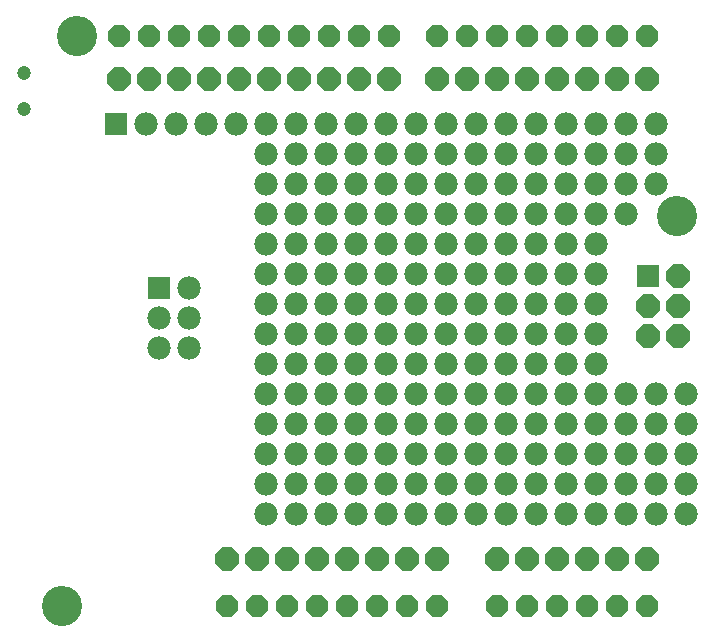
<source format=gbr>
G04 EAGLE Gerber RS-274X export*
G75*
%MOMM*%
%FSLAX34Y34*%
%LPD*%
%INSoldermask Bottom*%
%IPPOS*%
%AMOC8*
5,1,8,0,0,1.08239X$1,22.5*%
G01*
%ADD10C,3.403200*%
%ADD11C,1.981200*%
%ADD12R,1.981200X1.981200*%
%ADD13P,2.034460X8X22.500000*%
%ADD14P,2.144431X8X22.500000*%
%ADD15C,1.203200*%
%ADD16P,2.144431X8X112.500000*%
%ADD17P,2.144431X8X292.500000*%


D10*
X660400Y355600D03*
X152400Y508000D03*
X139700Y25400D03*
D11*
X247650Y294640D03*
X247650Y269240D03*
X247650Y243840D03*
D12*
X222250Y294640D03*
D11*
X222250Y269240D03*
X222250Y243840D03*
D13*
X533400Y508000D03*
X508000Y25400D03*
X558800Y508000D03*
X584200Y508000D03*
X609600Y508000D03*
X635000Y508000D03*
X508000Y508000D03*
X482600Y508000D03*
X457200Y508000D03*
X416560Y508000D03*
X391160Y508000D03*
X365760Y508000D03*
X340360Y508000D03*
X314960Y508000D03*
X289560Y508000D03*
X264160Y508000D03*
X238760Y508000D03*
X533400Y25400D03*
X558800Y25400D03*
X584200Y25400D03*
X609600Y25400D03*
X635000Y25400D03*
X457200Y25400D03*
X431800Y25400D03*
X406400Y25400D03*
X381000Y25400D03*
X355600Y25400D03*
X330200Y25400D03*
X213360Y508000D03*
X187960Y508000D03*
X304800Y25400D03*
X279400Y25400D03*
D14*
X661670Y279400D03*
X636270Y279400D03*
D12*
X636270Y304800D03*
D14*
X661670Y304800D03*
X661670Y254000D03*
X636270Y254000D03*
D15*
X107950Y476010D03*
X107950Y446010D03*
D16*
X457200Y471170D03*
X482600Y471170D03*
X508000Y471170D03*
X533400Y471170D03*
X558800Y471170D03*
X584200Y471170D03*
X609600Y471170D03*
X635000Y471170D03*
D17*
X457200Y64770D03*
X431800Y64770D03*
X406400Y64770D03*
X381000Y64770D03*
X355600Y64770D03*
X330200Y64770D03*
X304800Y64770D03*
X279400Y64770D03*
X635000Y64770D03*
X609600Y64770D03*
X584200Y64770D03*
X558800Y64770D03*
X533400Y64770D03*
X508000Y64770D03*
D16*
X187960Y471170D03*
X213360Y471170D03*
X238760Y471170D03*
X264160Y471170D03*
X289560Y471170D03*
X314960Y471170D03*
X340360Y471170D03*
X365760Y471170D03*
X391160Y471170D03*
X416560Y471170D03*
D12*
X185420Y433070D03*
D11*
X210820Y433070D03*
X236220Y433070D03*
X261620Y433070D03*
X287020Y433070D03*
X591820Y433070D03*
X591820Y407670D03*
X591820Y382270D03*
X591820Y356870D03*
X591820Y331470D03*
X591820Y306070D03*
X591820Y280670D03*
X591820Y255270D03*
X591820Y229870D03*
X591820Y204470D03*
X591820Y153670D03*
X591820Y179070D03*
X591820Y128270D03*
X591820Y102870D03*
X617220Y102870D03*
X642620Y102870D03*
X642620Y128270D03*
X617220Y128270D03*
X617220Y153670D03*
X668020Y153670D03*
X668020Y128270D03*
X668020Y102870D03*
X642620Y153670D03*
X668020Y179070D03*
X642620Y179070D03*
X617220Y179070D03*
X617220Y204470D03*
X642620Y204470D03*
X668020Y204470D03*
X617220Y356870D03*
X617220Y382270D03*
X642620Y382270D03*
X642620Y407670D03*
X617220Y407670D03*
X617220Y433070D03*
X642620Y433070D03*
X566420Y433070D03*
X566420Y407670D03*
X566420Y382270D03*
X566420Y356870D03*
X566420Y306070D03*
X566420Y331470D03*
X566420Y280670D03*
X566420Y255270D03*
X566420Y229870D03*
X566420Y204470D03*
X566420Y179070D03*
X566420Y153670D03*
X566420Y128270D03*
X566420Y102870D03*
X541020Y102870D03*
X515620Y102870D03*
X515620Y128270D03*
X541020Y128270D03*
X541020Y153670D03*
X515620Y153670D03*
X515620Y179070D03*
X541020Y179070D03*
X541020Y204470D03*
X515620Y204470D03*
X515620Y229870D03*
X541020Y229870D03*
X541020Y255270D03*
X515620Y255270D03*
X515620Y280670D03*
X541020Y280670D03*
X541020Y306070D03*
X515620Y306070D03*
X515620Y331470D03*
X541020Y331470D03*
X541020Y356870D03*
X515620Y356870D03*
X515620Y382270D03*
X541020Y382270D03*
X541020Y407670D03*
X515620Y407670D03*
X515620Y433070D03*
X541020Y433070D03*
X490220Y433070D03*
X490220Y407670D03*
X490220Y382270D03*
X490220Y356870D03*
X490220Y331470D03*
X490220Y280670D03*
X490220Y306070D03*
X490220Y255270D03*
X490220Y229870D03*
X490220Y179070D03*
X490220Y153670D03*
X490220Y128270D03*
X490220Y102870D03*
X490220Y204470D03*
X464820Y102870D03*
X464820Y128270D03*
X464820Y153670D03*
X464820Y179070D03*
X464820Y204470D03*
X464820Y229870D03*
X464820Y255270D03*
X464820Y280670D03*
X464820Y306070D03*
X464820Y331470D03*
X464820Y356870D03*
X464820Y382270D03*
X464820Y407670D03*
X464820Y433070D03*
X439420Y433070D03*
X439420Y407670D03*
X439420Y382270D03*
X439420Y356870D03*
X439420Y331470D03*
X439420Y306070D03*
X439420Y280670D03*
X439420Y255270D03*
X439420Y229870D03*
X439420Y179070D03*
X439420Y204470D03*
X439420Y153670D03*
X439420Y128270D03*
X439420Y102870D03*
X414020Y102870D03*
X414020Y128270D03*
X414020Y153670D03*
X414020Y179070D03*
X414020Y204470D03*
X414020Y229870D03*
X414020Y255270D03*
X414020Y280670D03*
X414020Y306070D03*
X414020Y331470D03*
X414020Y356870D03*
X414020Y382270D03*
X414020Y407670D03*
X414020Y433070D03*
X388620Y433070D03*
X363220Y433070D03*
X337820Y433070D03*
X312420Y433070D03*
X312420Y407670D03*
X312420Y382270D03*
X312420Y356870D03*
X312420Y331470D03*
X312420Y306070D03*
X312420Y280670D03*
X312420Y255270D03*
X312420Y229870D03*
X312420Y204470D03*
X312420Y179070D03*
X312420Y153670D03*
X312420Y128270D03*
X312420Y102870D03*
X337820Y102870D03*
X337820Y128270D03*
X363220Y102870D03*
X388620Y102870D03*
X388620Y128270D03*
X363220Y128270D03*
X337820Y153670D03*
X363220Y153670D03*
X388620Y153670D03*
X388620Y179070D03*
X363220Y179070D03*
X337820Y179070D03*
X337820Y204470D03*
X363220Y204470D03*
X388620Y204470D03*
X388620Y229870D03*
X363220Y229870D03*
X337820Y229870D03*
X337820Y255270D03*
X363220Y255270D03*
X388620Y255270D03*
X388620Y280670D03*
X363220Y280670D03*
X337820Y280670D03*
X337820Y306070D03*
X337820Y331470D03*
X337820Y356870D03*
X337820Y382270D03*
X337820Y407670D03*
X363220Y407670D03*
X388620Y407670D03*
X388620Y382270D03*
X363220Y382270D03*
X363220Y356870D03*
X388620Y306070D03*
X388620Y356870D03*
X388620Y331470D03*
X363220Y331470D03*
X363220Y306070D03*
M02*

</source>
